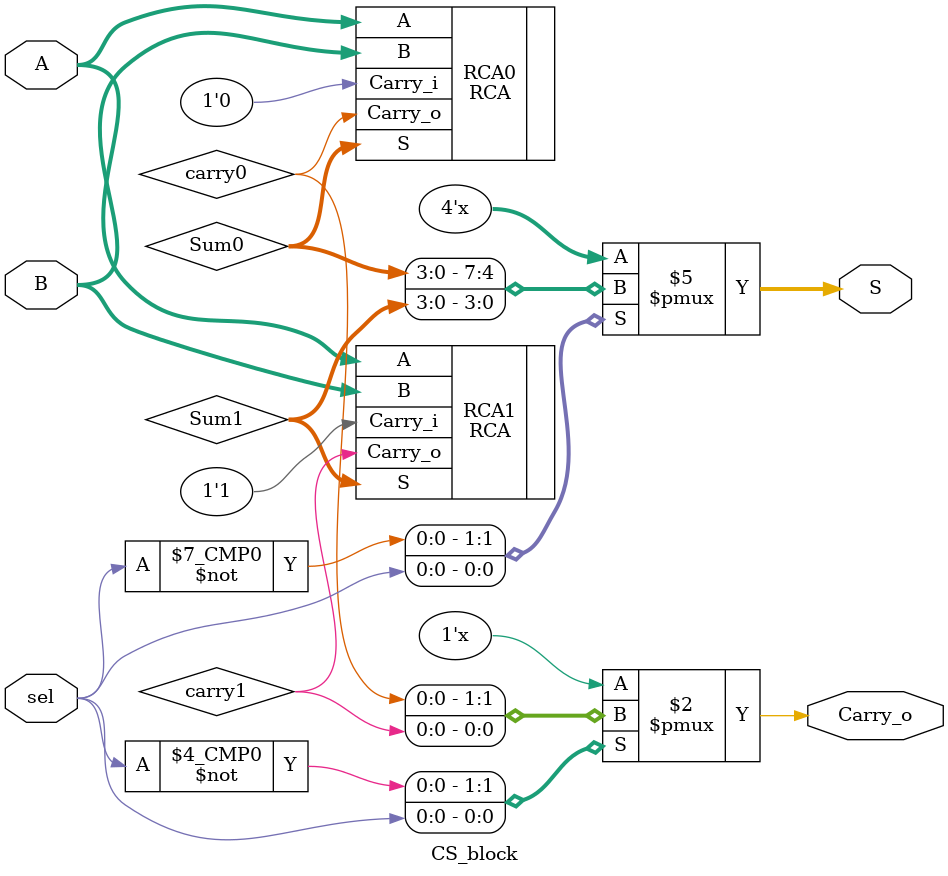
<source format=sv>
`timescale 1ns / 1ps

module CS_block#(parameter int sizeRCA = 4) (
    input logic [sizeRCA-1:0] A,
    input logic [sizeRCA-1:0] B,
    input logic sel,
    output logic [sizeRCA-1:0] S,
    output logic Carry_o
);

logic [sizeRCA-1:0] Sum0, Sum1;
logic carry0, carry1;


RCA #(.N(sizeRCA)) RCA0  (
    .A(A),
    .B(B),
    .Carry_i(1'b0),
    .S(Sum0),   
    .Carry_o(carry0)
);

RCA #(.N(sizeRCA)) RCA1  (
    .A(A),
    .B(B),
    .Carry_i(1'b1),
    .S(Sum1),
    .Carry_o(carry1)
);


always_comb begin
    case (sel)
        1'b0: begin
                S       = Sum0;
                Carry_o = carry0;
                end
        1'b1: begin
                S       = Sum1;
                Carry_o = carry1;
                end
        default: begin
                S       = Sum0;
                Carry_o = carry0;
                end
    endcase
end

endmodule

</source>
